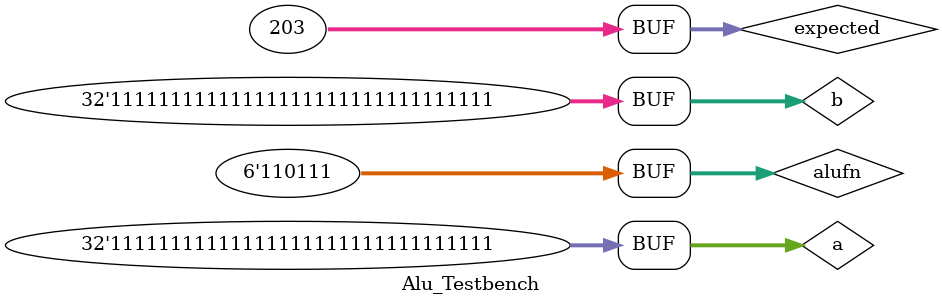
<source format=v>
`timescale 1ns / 1ps

module Alu_Testbench;

    reg [5:0] alufn;
    reg [31:0] a;
    reg [31:0] b;

    wire [31:0] alu;
    wire z;
    wire v;
    wire n;

    reg [31:0] expected;
    wire [31:0] isCorrect;

    Alu alu_inst_0( .alufn(alufn), .a(a), .b(b), .alu(alu), .z(z), .v(v), .n(n));

    initial begin
        
        // Add
        alufn = 6'b000000;
        
        a = 32'hffffff68; 
        b = 32'hffffff34; 
        expected = 32'hffffff34; 
        #20
        
        a = 32'hffffffff; 
        b = 32'h00000000; 
        expected = 32'hffffffff; 
        #20
        
        a = 32'haaaaaaaa; 
        b = 32'haaaaaaaa; 
        expected = 32'hffffff34; 
        #20
        
        // Subtract
        alufn = 6'b000001;
        
        a = 32'hffffff68; 
        b = 32'hffffff34; 
        expected = 32'h00000034; 
        #20
        
        a = 32'h00000000; 
        b = 32'hffffff34; 
        expected = 32'h000000cc; 
        #20
        
        a = 32'hffffffff; 
        b = 32'hffffff34; 
        expected = 32'h000000cb; 
        #20
        
        // MUL
        alufn = 6'b000010;
        
        a = 32'hffffff68; 
        b = 32'hffffff34; 
        expected = 32'h00000034; 
        #20
        
        a = 32'h00000000; 
        b = 32'hffffff34; 
        expected = 32'h000000cc; 
        #20
        
        a = 32'hffffffff; 
        b = 32'hffffff34; 
        expected = 32'h000000cb; 
        #20
        
        // AND
        alufn = 6'b011000;
        
        a = 32'hffffff68; 
        b = 32'hffffff34; 
        expected = 32'h00000034; 
        #20
        
        a = 32'h00000000; 
        b = 32'hffffff34; 
        expected = 32'h000000cc; 
        #20
        
        a = 32'hffffffff; 
        b = 32'hffffff34; 
        expected = 32'h000000cb; 
        #20
        
        // OR
        alufn = 6'b011110;
        
        a = 32'hffffff68; 
        b = 32'hffffff34; 
        expected = 32'h00000034; 
        #20
        
        a = 32'h00000000; 
        b = 32'hffffff34; 
        expected = 32'h000000cc; 
        #20
        
        a = 32'hffffffff; 
        b = 32'hffffff34; 
        expected = 32'h000000cb; 
        #20
        
        // XOR
        alufn = 6'b010110;
        
        a = 32'hffffff68; 
        b = 32'hffffff34; 
        expected = 32'h00000034; 
        #20
        
        a = 32'h00000000; 
        b = 32'hffffff34; 
        expected = 32'h000000cc; 
        #20
        
        a = 32'hffffffff; 
        b = 32'hffffff34; 
        expected = 32'h000000cb; 
        #20
        
        // LDR
        alufn = 6'b011010;
        
        a = 32'hffffff68; 
        b = 32'hffffff34; 
        expected = 32'h00000034; 
        #20
        
        a = 32'h00000000; 
        b = 32'hffffff34; 
        expected = 32'h000000cc; 
        #20
        
        a = 32'hffffffff; 
        b = 32'hffffff34; 
        expected = 32'h000000cb; 
        #20
        
        // SHL
        alufn = 6'b100000;
        
        a = 32'hffffff68; 
        b = 32'hffffff34; 
        expected = 32'h00000034; 
        #20
        
        a = 32'h00000000; 
        b = 32'hffffff34; 
        expected = 32'h000000cc; 
        #20
        
        a = 32'hffffffff; 
        b = 32'hffffff34; 
        expected = 32'h000000cb; 
        #20

        // SHR
        alufn = 6'b100001;
        
        a = 32'hffffff68; 
        b = 32'hffffff34; 
        expected = 32'h00000034; 
        #20
        
        a = 32'h00000000; 
        b = 32'hffffff34; 
        expected = 32'h000000cc; 
        #20
        
        a = 32'hffffffff; 
        b = 32'hffffff34; 
        expected = 32'h000000cb; 
        #20

        // SHA
        alufn = 6'b100011;
        
        a = 32'hffffff68; 
        b = 32'hffffff34; 
        expected = 32'h00000034; 
        #20
        
        a = 32'h00000000; 
        b = 32'hffffff34; 
        expected = 32'h000000cc; 
        #20
        
        a = 32'hffffffff; 
        b = 32'hffffff34; 
        expected = 32'h000000cb; 
        #20


        // CMPEQ
        alufn = 6'b110011;
        
        a = 32'hffffff68; 
        b = 32'hffffff34; 
        expected = 32'h00000034; 
        #20
        
        a = 32'h0a0a0a0a; 
        b = 32'h0a0a0a0a; 
        expected = 32'h000000cc; 
        #20
        
        a = 32'hffffffff; 
        b = 32'hffffff34; 
        expected = 32'h000000cb; 
        #20

        // CMPLT
        alufn = 6'b110101;
        
        a = 32'hff00ffff; 
        b = 32'hffffff34; 
        expected = 32'h00000034; 
        #20
        
        a = 32'h00000000; 
        b = 32'hffffff34; 
        expected = 32'h000000cc; 
        #20
        
        a = 32'hffffffff; 
        b = 32'hffffff34; 
        expected = 32'h000000cb; 
        #20

        // CMPLE
        alufn = 6'b110111;
        
        a = 32'hfff00fff; 
        b = 32'hffffff34; 
        expected = 32'h00000034; 
        #20
        
        a = 32'h00000000; 
        b = 32'hffffff34; 
        expected = 32'h000000cc; 
        #20
        
        a = 32'hffffffff; 
        b = 32'hffffffff; 
        expected = 32'h000000cb; 
    end

    assign isCorrect = (expected == alu);
endmodule

</source>
